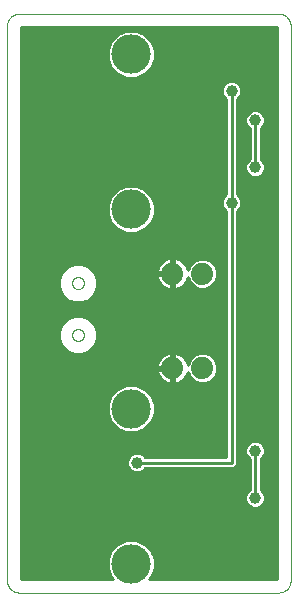
<source format=gbl>
G75*
%MOIN*%
%OFA0B0*%
%FSLAX25Y25*%
%IPPOS*%
%LPD*%
%AMOC8*
5,1,8,0,0,1.08239X$1,22.5*
%
%ADD10C,0.00000*%
%ADD11C,0.13100*%
%ADD12C,0.07400*%
%ADD13C,0.03962*%
%ADD14C,0.01000*%
D10*
X0001500Y0005437D02*
X0001500Y0190476D01*
X0001502Y0190600D01*
X0001508Y0190723D01*
X0001517Y0190847D01*
X0001531Y0190969D01*
X0001548Y0191092D01*
X0001570Y0191214D01*
X0001595Y0191335D01*
X0001624Y0191455D01*
X0001656Y0191574D01*
X0001693Y0191693D01*
X0001733Y0191810D01*
X0001776Y0191925D01*
X0001824Y0192040D01*
X0001875Y0192152D01*
X0001929Y0192263D01*
X0001987Y0192373D01*
X0002048Y0192480D01*
X0002113Y0192586D01*
X0002181Y0192689D01*
X0002252Y0192790D01*
X0002326Y0192889D01*
X0002403Y0192986D01*
X0002484Y0193080D01*
X0002567Y0193171D01*
X0002653Y0193260D01*
X0002742Y0193346D01*
X0002833Y0193429D01*
X0002927Y0193510D01*
X0003024Y0193587D01*
X0003123Y0193661D01*
X0003224Y0193732D01*
X0003327Y0193800D01*
X0003433Y0193865D01*
X0003540Y0193926D01*
X0003650Y0193984D01*
X0003761Y0194038D01*
X0003873Y0194089D01*
X0003988Y0194137D01*
X0004103Y0194180D01*
X0004220Y0194220D01*
X0004339Y0194257D01*
X0004458Y0194289D01*
X0004578Y0194318D01*
X0004699Y0194343D01*
X0004821Y0194365D01*
X0004944Y0194382D01*
X0005066Y0194396D01*
X0005190Y0194405D01*
X0005313Y0194411D01*
X0005437Y0194413D01*
X0092051Y0194413D01*
X0092175Y0194411D01*
X0092298Y0194405D01*
X0092422Y0194396D01*
X0092544Y0194382D01*
X0092667Y0194365D01*
X0092789Y0194343D01*
X0092910Y0194318D01*
X0093030Y0194289D01*
X0093149Y0194257D01*
X0093268Y0194220D01*
X0093385Y0194180D01*
X0093500Y0194137D01*
X0093615Y0194089D01*
X0093727Y0194038D01*
X0093838Y0193984D01*
X0093948Y0193926D01*
X0094055Y0193865D01*
X0094161Y0193800D01*
X0094264Y0193732D01*
X0094365Y0193661D01*
X0094464Y0193587D01*
X0094561Y0193510D01*
X0094655Y0193429D01*
X0094746Y0193346D01*
X0094835Y0193260D01*
X0094921Y0193171D01*
X0095004Y0193080D01*
X0095085Y0192986D01*
X0095162Y0192889D01*
X0095236Y0192790D01*
X0095307Y0192689D01*
X0095375Y0192586D01*
X0095440Y0192480D01*
X0095501Y0192373D01*
X0095559Y0192263D01*
X0095613Y0192152D01*
X0095664Y0192040D01*
X0095712Y0191925D01*
X0095755Y0191810D01*
X0095795Y0191693D01*
X0095832Y0191574D01*
X0095864Y0191455D01*
X0095893Y0191335D01*
X0095918Y0191214D01*
X0095940Y0191092D01*
X0095957Y0190969D01*
X0095971Y0190847D01*
X0095980Y0190723D01*
X0095986Y0190600D01*
X0095988Y0190476D01*
X0095988Y0005437D01*
X0095986Y0005313D01*
X0095980Y0005190D01*
X0095971Y0005066D01*
X0095957Y0004944D01*
X0095940Y0004821D01*
X0095918Y0004699D01*
X0095893Y0004578D01*
X0095864Y0004458D01*
X0095832Y0004339D01*
X0095795Y0004220D01*
X0095755Y0004103D01*
X0095712Y0003988D01*
X0095664Y0003873D01*
X0095613Y0003761D01*
X0095559Y0003650D01*
X0095501Y0003540D01*
X0095440Y0003433D01*
X0095375Y0003327D01*
X0095307Y0003224D01*
X0095236Y0003123D01*
X0095162Y0003024D01*
X0095085Y0002927D01*
X0095004Y0002833D01*
X0094921Y0002742D01*
X0094835Y0002653D01*
X0094746Y0002567D01*
X0094655Y0002484D01*
X0094561Y0002403D01*
X0094464Y0002326D01*
X0094365Y0002252D01*
X0094264Y0002181D01*
X0094161Y0002113D01*
X0094055Y0002048D01*
X0093948Y0001987D01*
X0093838Y0001929D01*
X0093727Y0001875D01*
X0093615Y0001824D01*
X0093500Y0001776D01*
X0093385Y0001733D01*
X0093268Y0001693D01*
X0093149Y0001656D01*
X0093030Y0001624D01*
X0092910Y0001595D01*
X0092789Y0001570D01*
X0092667Y0001548D01*
X0092544Y0001531D01*
X0092422Y0001517D01*
X0092298Y0001508D01*
X0092175Y0001502D01*
X0092051Y0001500D01*
X0005437Y0001500D01*
X0005313Y0001502D01*
X0005190Y0001508D01*
X0005066Y0001517D01*
X0004944Y0001531D01*
X0004821Y0001548D01*
X0004699Y0001570D01*
X0004578Y0001595D01*
X0004458Y0001624D01*
X0004339Y0001656D01*
X0004220Y0001693D01*
X0004103Y0001733D01*
X0003988Y0001776D01*
X0003873Y0001824D01*
X0003761Y0001875D01*
X0003650Y0001929D01*
X0003540Y0001987D01*
X0003433Y0002048D01*
X0003327Y0002113D01*
X0003224Y0002181D01*
X0003123Y0002252D01*
X0003024Y0002326D01*
X0002927Y0002403D01*
X0002833Y0002484D01*
X0002742Y0002567D01*
X0002653Y0002653D01*
X0002567Y0002742D01*
X0002484Y0002833D01*
X0002403Y0002927D01*
X0002326Y0003024D01*
X0002252Y0003123D01*
X0002181Y0003224D01*
X0002113Y0003327D01*
X0002048Y0003433D01*
X0001987Y0003540D01*
X0001929Y0003650D01*
X0001875Y0003761D01*
X0001824Y0003873D01*
X0001776Y0003988D01*
X0001733Y0004103D01*
X0001693Y0004220D01*
X0001656Y0004339D01*
X0001624Y0004458D01*
X0001595Y0004578D01*
X0001570Y0004699D01*
X0001548Y0004821D01*
X0001531Y0004944D01*
X0001517Y0005066D01*
X0001508Y0005190D01*
X0001502Y0005313D01*
X0001500Y0005437D01*
X0023153Y0087327D02*
X0023155Y0087415D01*
X0023161Y0087503D01*
X0023171Y0087591D01*
X0023185Y0087679D01*
X0023202Y0087765D01*
X0023224Y0087851D01*
X0023249Y0087935D01*
X0023279Y0088019D01*
X0023311Y0088101D01*
X0023348Y0088181D01*
X0023388Y0088260D01*
X0023432Y0088337D01*
X0023479Y0088412D01*
X0023529Y0088484D01*
X0023583Y0088555D01*
X0023639Y0088622D01*
X0023699Y0088688D01*
X0023761Y0088750D01*
X0023827Y0088810D01*
X0023894Y0088866D01*
X0023965Y0088920D01*
X0024037Y0088970D01*
X0024112Y0089017D01*
X0024189Y0089061D01*
X0024268Y0089101D01*
X0024348Y0089138D01*
X0024430Y0089170D01*
X0024514Y0089200D01*
X0024598Y0089225D01*
X0024684Y0089247D01*
X0024770Y0089264D01*
X0024858Y0089278D01*
X0024946Y0089288D01*
X0025034Y0089294D01*
X0025122Y0089296D01*
X0025210Y0089294D01*
X0025298Y0089288D01*
X0025386Y0089278D01*
X0025474Y0089264D01*
X0025560Y0089247D01*
X0025646Y0089225D01*
X0025730Y0089200D01*
X0025814Y0089170D01*
X0025896Y0089138D01*
X0025976Y0089101D01*
X0026055Y0089061D01*
X0026132Y0089017D01*
X0026207Y0088970D01*
X0026279Y0088920D01*
X0026350Y0088866D01*
X0026417Y0088810D01*
X0026483Y0088750D01*
X0026545Y0088688D01*
X0026605Y0088622D01*
X0026661Y0088555D01*
X0026715Y0088484D01*
X0026765Y0088412D01*
X0026812Y0088337D01*
X0026856Y0088260D01*
X0026896Y0088181D01*
X0026933Y0088101D01*
X0026965Y0088019D01*
X0026995Y0087935D01*
X0027020Y0087851D01*
X0027042Y0087765D01*
X0027059Y0087679D01*
X0027073Y0087591D01*
X0027083Y0087503D01*
X0027089Y0087415D01*
X0027091Y0087327D01*
X0027089Y0087239D01*
X0027083Y0087151D01*
X0027073Y0087063D01*
X0027059Y0086975D01*
X0027042Y0086889D01*
X0027020Y0086803D01*
X0026995Y0086719D01*
X0026965Y0086635D01*
X0026933Y0086553D01*
X0026896Y0086473D01*
X0026856Y0086394D01*
X0026812Y0086317D01*
X0026765Y0086242D01*
X0026715Y0086170D01*
X0026661Y0086099D01*
X0026605Y0086032D01*
X0026545Y0085966D01*
X0026483Y0085904D01*
X0026417Y0085844D01*
X0026350Y0085788D01*
X0026279Y0085734D01*
X0026207Y0085684D01*
X0026132Y0085637D01*
X0026055Y0085593D01*
X0025976Y0085553D01*
X0025896Y0085516D01*
X0025814Y0085484D01*
X0025730Y0085454D01*
X0025646Y0085429D01*
X0025560Y0085407D01*
X0025474Y0085390D01*
X0025386Y0085376D01*
X0025298Y0085366D01*
X0025210Y0085360D01*
X0025122Y0085358D01*
X0025034Y0085360D01*
X0024946Y0085366D01*
X0024858Y0085376D01*
X0024770Y0085390D01*
X0024684Y0085407D01*
X0024598Y0085429D01*
X0024514Y0085454D01*
X0024430Y0085484D01*
X0024348Y0085516D01*
X0024268Y0085553D01*
X0024189Y0085593D01*
X0024112Y0085637D01*
X0024037Y0085684D01*
X0023965Y0085734D01*
X0023894Y0085788D01*
X0023827Y0085844D01*
X0023761Y0085904D01*
X0023699Y0085966D01*
X0023639Y0086032D01*
X0023583Y0086099D01*
X0023529Y0086170D01*
X0023479Y0086242D01*
X0023432Y0086317D01*
X0023388Y0086394D01*
X0023348Y0086473D01*
X0023311Y0086553D01*
X0023279Y0086635D01*
X0023249Y0086719D01*
X0023224Y0086803D01*
X0023202Y0086889D01*
X0023185Y0086975D01*
X0023171Y0087063D01*
X0023161Y0087151D01*
X0023155Y0087239D01*
X0023153Y0087327D01*
X0023153Y0104650D02*
X0023155Y0104738D01*
X0023161Y0104826D01*
X0023171Y0104914D01*
X0023185Y0105002D01*
X0023202Y0105088D01*
X0023224Y0105174D01*
X0023249Y0105258D01*
X0023279Y0105342D01*
X0023311Y0105424D01*
X0023348Y0105504D01*
X0023388Y0105583D01*
X0023432Y0105660D01*
X0023479Y0105735D01*
X0023529Y0105807D01*
X0023583Y0105878D01*
X0023639Y0105945D01*
X0023699Y0106011D01*
X0023761Y0106073D01*
X0023827Y0106133D01*
X0023894Y0106189D01*
X0023965Y0106243D01*
X0024037Y0106293D01*
X0024112Y0106340D01*
X0024189Y0106384D01*
X0024268Y0106424D01*
X0024348Y0106461D01*
X0024430Y0106493D01*
X0024514Y0106523D01*
X0024598Y0106548D01*
X0024684Y0106570D01*
X0024770Y0106587D01*
X0024858Y0106601D01*
X0024946Y0106611D01*
X0025034Y0106617D01*
X0025122Y0106619D01*
X0025210Y0106617D01*
X0025298Y0106611D01*
X0025386Y0106601D01*
X0025474Y0106587D01*
X0025560Y0106570D01*
X0025646Y0106548D01*
X0025730Y0106523D01*
X0025814Y0106493D01*
X0025896Y0106461D01*
X0025976Y0106424D01*
X0026055Y0106384D01*
X0026132Y0106340D01*
X0026207Y0106293D01*
X0026279Y0106243D01*
X0026350Y0106189D01*
X0026417Y0106133D01*
X0026483Y0106073D01*
X0026545Y0106011D01*
X0026605Y0105945D01*
X0026661Y0105878D01*
X0026715Y0105807D01*
X0026765Y0105735D01*
X0026812Y0105660D01*
X0026856Y0105583D01*
X0026896Y0105504D01*
X0026933Y0105424D01*
X0026965Y0105342D01*
X0026995Y0105258D01*
X0027020Y0105174D01*
X0027042Y0105088D01*
X0027059Y0105002D01*
X0027073Y0104914D01*
X0027083Y0104826D01*
X0027089Y0104738D01*
X0027091Y0104650D01*
X0027089Y0104562D01*
X0027083Y0104474D01*
X0027073Y0104386D01*
X0027059Y0104298D01*
X0027042Y0104212D01*
X0027020Y0104126D01*
X0026995Y0104042D01*
X0026965Y0103958D01*
X0026933Y0103876D01*
X0026896Y0103796D01*
X0026856Y0103717D01*
X0026812Y0103640D01*
X0026765Y0103565D01*
X0026715Y0103493D01*
X0026661Y0103422D01*
X0026605Y0103355D01*
X0026545Y0103289D01*
X0026483Y0103227D01*
X0026417Y0103167D01*
X0026350Y0103111D01*
X0026279Y0103057D01*
X0026207Y0103007D01*
X0026132Y0102960D01*
X0026055Y0102916D01*
X0025976Y0102876D01*
X0025896Y0102839D01*
X0025814Y0102807D01*
X0025730Y0102777D01*
X0025646Y0102752D01*
X0025560Y0102730D01*
X0025474Y0102713D01*
X0025386Y0102699D01*
X0025298Y0102689D01*
X0025210Y0102683D01*
X0025122Y0102681D01*
X0025034Y0102683D01*
X0024946Y0102689D01*
X0024858Y0102699D01*
X0024770Y0102713D01*
X0024684Y0102730D01*
X0024598Y0102752D01*
X0024514Y0102777D01*
X0024430Y0102807D01*
X0024348Y0102839D01*
X0024268Y0102876D01*
X0024189Y0102916D01*
X0024112Y0102960D01*
X0024037Y0103007D01*
X0023965Y0103057D01*
X0023894Y0103111D01*
X0023827Y0103167D01*
X0023761Y0103227D01*
X0023699Y0103289D01*
X0023639Y0103355D01*
X0023583Y0103422D01*
X0023529Y0103493D01*
X0023479Y0103565D01*
X0023432Y0103640D01*
X0023388Y0103717D01*
X0023348Y0103796D01*
X0023311Y0103876D01*
X0023279Y0103958D01*
X0023249Y0104042D01*
X0023224Y0104126D01*
X0023202Y0104212D01*
X0023185Y0104298D01*
X0023171Y0104386D01*
X0023161Y0104474D01*
X0023155Y0104562D01*
X0023153Y0104650D01*
D11*
X0042839Y0129193D03*
X0042839Y0180893D03*
X0042839Y0062783D03*
X0042839Y0011083D03*
D12*
X0056618Y0076303D03*
X0066618Y0076303D03*
X0066618Y0107799D03*
X0056618Y0107799D03*
D13*
X0076303Y0131421D03*
X0084177Y0143232D03*
X0084177Y0158980D03*
X0076303Y0168823D03*
X0072366Y0056618D03*
X0084177Y0048744D03*
X0084177Y0032996D03*
X0044807Y0044807D03*
D14*
X0076303Y0044807D01*
X0076303Y0131421D01*
X0076303Y0168823D01*
X0074445Y0171604D02*
X0075650Y0172104D01*
X0076956Y0172104D01*
X0078162Y0171604D01*
X0079085Y0170681D01*
X0079584Y0169475D01*
X0079584Y0168170D01*
X0079085Y0166964D01*
X0078162Y0166041D01*
X0078103Y0166017D01*
X0078103Y0134227D01*
X0078162Y0134203D01*
X0079085Y0133280D01*
X0079584Y0132074D01*
X0079584Y0130769D01*
X0079085Y0129563D01*
X0078162Y0128640D01*
X0078103Y0128615D01*
X0078103Y0044061D01*
X0077049Y0043007D01*
X0047613Y0043007D01*
X0047589Y0042948D01*
X0046666Y0042026D01*
X0045460Y0041526D01*
X0044154Y0041526D01*
X0042948Y0042026D01*
X0042026Y0042948D01*
X0041526Y0044154D01*
X0041526Y0045460D01*
X0042026Y0046666D01*
X0042948Y0047589D01*
X0044154Y0048088D01*
X0045460Y0048088D01*
X0046666Y0047589D01*
X0047589Y0046666D01*
X0047613Y0046607D01*
X0074503Y0046607D01*
X0074503Y0128615D01*
X0074445Y0128640D01*
X0073522Y0129563D01*
X0073022Y0130769D01*
X0073022Y0132074D01*
X0073522Y0133280D01*
X0074445Y0134203D01*
X0074503Y0134227D01*
X0074503Y0166017D01*
X0074445Y0166041D01*
X0073522Y0166964D01*
X0073022Y0168170D01*
X0073022Y0169475D01*
X0073522Y0170681D01*
X0074445Y0171604D01*
X0074087Y0171247D02*
X0006000Y0171247D01*
X0006000Y0172245D02*
X0091488Y0172245D01*
X0091488Y0171247D02*
X0078519Y0171247D01*
X0079264Y0170248D02*
X0091488Y0170248D01*
X0091488Y0169250D02*
X0079584Y0169250D01*
X0079584Y0168251D02*
X0091488Y0168251D01*
X0091488Y0167253D02*
X0079204Y0167253D01*
X0078375Y0166254D02*
X0091488Y0166254D01*
X0091488Y0165256D02*
X0078103Y0165256D01*
X0078103Y0164257D02*
X0091488Y0164257D01*
X0091488Y0163259D02*
X0078103Y0163259D01*
X0078103Y0162260D02*
X0083522Y0162260D01*
X0083525Y0162261D02*
X0082319Y0161762D01*
X0081396Y0160839D01*
X0080896Y0159633D01*
X0080896Y0158328D01*
X0081396Y0157122D01*
X0082319Y0156199D01*
X0082377Y0156174D01*
X0082377Y0146038D01*
X0082319Y0146014D01*
X0081396Y0145091D01*
X0080896Y0143885D01*
X0080896Y0142580D01*
X0081396Y0141374D01*
X0082319Y0140451D01*
X0083525Y0139951D01*
X0084830Y0139951D01*
X0086036Y0140451D01*
X0086959Y0141374D01*
X0087458Y0142580D01*
X0087458Y0143885D01*
X0086959Y0145091D01*
X0086036Y0146014D01*
X0085977Y0146038D01*
X0085977Y0156174D01*
X0086036Y0156199D01*
X0086959Y0157122D01*
X0087458Y0158328D01*
X0087458Y0159633D01*
X0086959Y0160839D01*
X0086036Y0161762D01*
X0084830Y0162261D01*
X0083525Y0162261D01*
X0084177Y0158980D02*
X0084177Y0143232D01*
X0082699Y0140293D02*
X0078103Y0140293D01*
X0078103Y0139295D02*
X0091488Y0139295D01*
X0091488Y0140293D02*
X0085655Y0140293D01*
X0086877Y0141292D02*
X0091488Y0141292D01*
X0091488Y0142290D02*
X0087338Y0142290D01*
X0087458Y0143289D02*
X0091488Y0143289D01*
X0091488Y0144287D02*
X0087292Y0144287D01*
X0086764Y0145286D02*
X0091488Y0145286D01*
X0091488Y0146284D02*
X0085977Y0146284D01*
X0085977Y0147283D02*
X0091488Y0147283D01*
X0091488Y0148281D02*
X0085977Y0148281D01*
X0085977Y0149280D02*
X0091488Y0149280D01*
X0091488Y0150278D02*
X0085977Y0150278D01*
X0085977Y0151277D02*
X0091488Y0151277D01*
X0091488Y0152275D02*
X0085977Y0152275D01*
X0085977Y0153274D02*
X0091488Y0153274D01*
X0091488Y0154272D02*
X0085977Y0154272D01*
X0085977Y0155271D02*
X0091488Y0155271D01*
X0091488Y0156269D02*
X0086106Y0156269D01*
X0087019Y0157268D02*
X0091488Y0157268D01*
X0091488Y0158266D02*
X0087433Y0158266D01*
X0087458Y0159265D02*
X0091488Y0159265D01*
X0091488Y0160263D02*
X0087197Y0160263D01*
X0086536Y0161262D02*
X0091488Y0161262D01*
X0091488Y0162260D02*
X0084832Y0162260D01*
X0082248Y0156269D02*
X0078103Y0156269D01*
X0078103Y0155271D02*
X0082377Y0155271D01*
X0082377Y0154272D02*
X0078103Y0154272D01*
X0078103Y0153274D02*
X0082377Y0153274D01*
X0082377Y0152275D02*
X0078103Y0152275D01*
X0078103Y0151277D02*
X0082377Y0151277D01*
X0082377Y0150278D02*
X0078103Y0150278D01*
X0078103Y0149280D02*
X0082377Y0149280D01*
X0082377Y0148281D02*
X0078103Y0148281D01*
X0078103Y0147283D02*
X0082377Y0147283D01*
X0082377Y0146284D02*
X0078103Y0146284D01*
X0078103Y0145286D02*
X0081590Y0145286D01*
X0081063Y0144287D02*
X0078103Y0144287D01*
X0078103Y0143289D02*
X0080896Y0143289D01*
X0081016Y0142290D02*
X0078103Y0142290D01*
X0078103Y0141292D02*
X0081478Y0141292D01*
X0078103Y0138296D02*
X0091488Y0138296D01*
X0091488Y0137298D02*
X0078103Y0137298D01*
X0078103Y0136299D02*
X0091488Y0136299D01*
X0091488Y0135301D02*
X0078103Y0135301D01*
X0078103Y0134302D02*
X0091488Y0134302D01*
X0091488Y0133303D02*
X0079061Y0133303D01*
X0079489Y0132305D02*
X0091488Y0132305D01*
X0091488Y0131306D02*
X0079584Y0131306D01*
X0079393Y0130308D02*
X0091488Y0130308D01*
X0091488Y0129309D02*
X0078832Y0129309D01*
X0078103Y0128311D02*
X0091488Y0128311D01*
X0091488Y0127312D02*
X0078103Y0127312D01*
X0078103Y0126314D02*
X0091488Y0126314D01*
X0091488Y0125315D02*
X0078103Y0125315D01*
X0078103Y0124317D02*
X0091488Y0124317D01*
X0091488Y0123318D02*
X0078103Y0123318D01*
X0078103Y0122320D02*
X0091488Y0122320D01*
X0091488Y0121321D02*
X0078103Y0121321D01*
X0078103Y0120323D02*
X0091488Y0120323D01*
X0091488Y0119324D02*
X0078103Y0119324D01*
X0078103Y0118326D02*
X0091488Y0118326D01*
X0091488Y0117327D02*
X0078103Y0117327D01*
X0078103Y0116329D02*
X0091488Y0116329D01*
X0091488Y0115330D02*
X0078103Y0115330D01*
X0078103Y0114332D02*
X0091488Y0114332D01*
X0091488Y0113333D02*
X0078103Y0113333D01*
X0078103Y0112335D02*
X0091488Y0112335D01*
X0091488Y0111336D02*
X0078103Y0111336D01*
X0078103Y0110338D02*
X0091488Y0110338D01*
X0091488Y0109339D02*
X0078103Y0109339D01*
X0078103Y0108341D02*
X0091488Y0108341D01*
X0091488Y0107342D02*
X0078103Y0107342D01*
X0078103Y0106344D02*
X0091488Y0106344D01*
X0091488Y0105345D02*
X0078103Y0105345D01*
X0078103Y0104347D02*
X0091488Y0104347D01*
X0091488Y0103348D02*
X0078103Y0103348D01*
X0078103Y0102350D02*
X0091488Y0102350D01*
X0091488Y0101351D02*
X0078103Y0101351D01*
X0078103Y0100353D02*
X0091488Y0100353D01*
X0091488Y0099354D02*
X0078103Y0099354D01*
X0078103Y0098356D02*
X0091488Y0098356D01*
X0091488Y0097357D02*
X0078103Y0097357D01*
X0078103Y0096359D02*
X0091488Y0096359D01*
X0091488Y0095360D02*
X0078103Y0095360D01*
X0078103Y0094362D02*
X0091488Y0094362D01*
X0091488Y0093363D02*
X0078103Y0093363D01*
X0078103Y0092365D02*
X0091488Y0092365D01*
X0091488Y0091366D02*
X0078103Y0091366D01*
X0078103Y0090368D02*
X0091488Y0090368D01*
X0091488Y0089369D02*
X0078103Y0089369D01*
X0078103Y0088370D02*
X0091488Y0088370D01*
X0091488Y0087372D02*
X0078103Y0087372D01*
X0078103Y0086373D02*
X0091488Y0086373D01*
X0091488Y0085375D02*
X0078103Y0085375D01*
X0078103Y0084376D02*
X0091488Y0084376D01*
X0091488Y0083378D02*
X0078103Y0083378D01*
X0078103Y0082379D02*
X0091488Y0082379D01*
X0091488Y0081381D02*
X0078103Y0081381D01*
X0078103Y0080382D02*
X0091488Y0080382D01*
X0091488Y0079384D02*
X0078103Y0079384D01*
X0078103Y0078385D02*
X0091488Y0078385D01*
X0091488Y0077387D02*
X0078103Y0077387D01*
X0078103Y0076388D02*
X0091488Y0076388D01*
X0091488Y0075390D02*
X0078103Y0075390D01*
X0078103Y0074391D02*
X0091488Y0074391D01*
X0091488Y0073393D02*
X0078103Y0073393D01*
X0078103Y0072394D02*
X0091488Y0072394D01*
X0091488Y0071396D02*
X0078103Y0071396D01*
X0078103Y0070397D02*
X0091488Y0070397D01*
X0091488Y0069399D02*
X0078103Y0069399D01*
X0078103Y0068400D02*
X0091488Y0068400D01*
X0091488Y0067402D02*
X0078103Y0067402D01*
X0078103Y0066403D02*
X0091488Y0066403D01*
X0091488Y0065405D02*
X0078103Y0065405D01*
X0078103Y0064406D02*
X0091488Y0064406D01*
X0091488Y0063408D02*
X0078103Y0063408D01*
X0078103Y0062409D02*
X0091488Y0062409D01*
X0091488Y0061411D02*
X0078103Y0061411D01*
X0078103Y0060412D02*
X0091488Y0060412D01*
X0091488Y0059414D02*
X0078103Y0059414D01*
X0078103Y0058415D02*
X0091488Y0058415D01*
X0091488Y0057417D02*
X0078103Y0057417D01*
X0078103Y0056418D02*
X0091488Y0056418D01*
X0091488Y0055420D02*
X0078103Y0055420D01*
X0078103Y0054421D02*
X0091488Y0054421D01*
X0091488Y0053423D02*
X0078103Y0053423D01*
X0078103Y0052424D02*
X0091488Y0052424D01*
X0091488Y0051426D02*
X0086136Y0051426D01*
X0086036Y0051526D02*
X0084830Y0052025D01*
X0083525Y0052025D01*
X0082319Y0051526D01*
X0081396Y0050603D01*
X0080896Y0049397D01*
X0080896Y0048091D01*
X0081396Y0046885D01*
X0082319Y0045963D01*
X0082377Y0045938D01*
X0082377Y0035802D01*
X0082319Y0035778D01*
X0081396Y0034855D01*
X0080896Y0033649D01*
X0080896Y0032343D01*
X0081396Y0031137D01*
X0082319Y0030214D01*
X0083525Y0029715D01*
X0084830Y0029715D01*
X0086036Y0030214D01*
X0086959Y0031137D01*
X0087458Y0032343D01*
X0087458Y0033649D01*
X0086959Y0034855D01*
X0086036Y0035778D01*
X0085977Y0035802D01*
X0085977Y0045938D01*
X0086036Y0045963D01*
X0086959Y0046885D01*
X0087458Y0048091D01*
X0087458Y0049397D01*
X0086959Y0050603D01*
X0086036Y0051526D01*
X0087031Y0050427D02*
X0091488Y0050427D01*
X0091488Y0049429D02*
X0087445Y0049429D01*
X0087458Y0048430D02*
X0091488Y0048430D01*
X0091488Y0047432D02*
X0087185Y0047432D01*
X0086506Y0046433D02*
X0091488Y0046433D01*
X0091488Y0045434D02*
X0085977Y0045434D01*
X0085977Y0044436D02*
X0091488Y0044436D01*
X0091488Y0043437D02*
X0085977Y0043437D01*
X0085977Y0042439D02*
X0091488Y0042439D01*
X0091488Y0041440D02*
X0085977Y0041440D01*
X0085977Y0040442D02*
X0091488Y0040442D01*
X0091488Y0039443D02*
X0085977Y0039443D01*
X0085977Y0038445D02*
X0091488Y0038445D01*
X0091488Y0037446D02*
X0085977Y0037446D01*
X0085977Y0036448D02*
X0091488Y0036448D01*
X0091488Y0035449D02*
X0086364Y0035449D01*
X0087126Y0034451D02*
X0091488Y0034451D01*
X0091488Y0033452D02*
X0087458Y0033452D01*
X0087458Y0032454D02*
X0091488Y0032454D01*
X0091488Y0031455D02*
X0087090Y0031455D01*
X0086278Y0030457D02*
X0091488Y0030457D01*
X0091488Y0029458D02*
X0006000Y0029458D01*
X0006000Y0028460D02*
X0091488Y0028460D01*
X0091488Y0027461D02*
X0006000Y0027461D01*
X0006000Y0026463D02*
X0091488Y0026463D01*
X0091488Y0025464D02*
X0006000Y0025464D01*
X0006000Y0024466D02*
X0091488Y0024466D01*
X0091488Y0023467D02*
X0006000Y0023467D01*
X0006000Y0022469D02*
X0091488Y0022469D01*
X0091488Y0021470D02*
X0006000Y0021470D01*
X0006000Y0020472D02*
X0091488Y0020472D01*
X0091488Y0019473D02*
X0006000Y0019473D01*
X0006000Y0018475D02*
X0040171Y0018475D01*
X0041277Y0018933D02*
X0038392Y0017738D01*
X0036184Y0015530D01*
X0034989Y0012645D01*
X0034989Y0009522D01*
X0036184Y0006636D01*
X0036820Y0006000D01*
X0006000Y0006000D01*
X0006000Y0006332D01*
X0006000Y0189913D01*
X0091488Y0189913D01*
X0091488Y0006000D01*
X0048857Y0006000D01*
X0049493Y0006636D01*
X0050689Y0009522D01*
X0050689Y0012645D01*
X0049493Y0015530D01*
X0047285Y0017738D01*
X0044400Y0018933D01*
X0041277Y0018933D01*
X0038130Y0017476D02*
X0006000Y0017476D01*
X0006000Y0016478D02*
X0037132Y0016478D01*
X0036163Y0015479D02*
X0006000Y0015479D01*
X0006000Y0014481D02*
X0035749Y0014481D01*
X0035336Y0013482D02*
X0006000Y0013482D01*
X0006000Y0012484D02*
X0034989Y0012484D01*
X0034989Y0011485D02*
X0006000Y0011485D01*
X0006000Y0010487D02*
X0034989Y0010487D01*
X0035002Y0009488D02*
X0006000Y0009488D01*
X0006000Y0008490D02*
X0035416Y0008490D01*
X0035830Y0007491D02*
X0006000Y0007491D01*
X0006000Y0006493D02*
X0036328Y0006493D01*
X0045507Y0018475D02*
X0091488Y0018475D01*
X0091488Y0017476D02*
X0047547Y0017476D01*
X0048546Y0016478D02*
X0091488Y0016478D01*
X0091488Y0015479D02*
X0049514Y0015479D01*
X0049928Y0014481D02*
X0091488Y0014481D01*
X0091488Y0013482D02*
X0050342Y0013482D01*
X0050689Y0012484D02*
X0091488Y0012484D01*
X0091488Y0011485D02*
X0050689Y0011485D01*
X0050689Y0010487D02*
X0091488Y0010487D01*
X0091488Y0009488D02*
X0050675Y0009488D01*
X0050261Y0008490D02*
X0091488Y0008490D01*
X0091488Y0007491D02*
X0049847Y0007491D01*
X0049350Y0006493D02*
X0091488Y0006493D01*
X0082076Y0030457D02*
X0006000Y0030457D01*
X0006000Y0031455D02*
X0081264Y0031455D01*
X0080896Y0032454D02*
X0006000Y0032454D01*
X0006000Y0033452D02*
X0080896Y0033452D01*
X0081228Y0034451D02*
X0006000Y0034451D01*
X0006000Y0035449D02*
X0081990Y0035449D01*
X0082377Y0036448D02*
X0006000Y0036448D01*
X0006000Y0037446D02*
X0082377Y0037446D01*
X0082377Y0038445D02*
X0006000Y0038445D01*
X0006000Y0039443D02*
X0082377Y0039443D01*
X0082377Y0040442D02*
X0006000Y0040442D01*
X0006000Y0041440D02*
X0082377Y0041440D01*
X0082377Y0042439D02*
X0047079Y0042439D01*
X0046823Y0047432D02*
X0074503Y0047432D01*
X0074503Y0048430D02*
X0006000Y0048430D01*
X0006000Y0047432D02*
X0042791Y0047432D01*
X0041929Y0046433D02*
X0006000Y0046433D01*
X0006000Y0045434D02*
X0041526Y0045434D01*
X0041526Y0044436D02*
X0006000Y0044436D01*
X0006000Y0043437D02*
X0041823Y0043437D01*
X0042535Y0042439D02*
X0006000Y0042439D01*
X0006000Y0049429D02*
X0074503Y0049429D01*
X0074503Y0050427D02*
X0006000Y0050427D01*
X0006000Y0051426D02*
X0074503Y0051426D01*
X0074503Y0052424D02*
X0006000Y0052424D01*
X0006000Y0053423D02*
X0074503Y0053423D01*
X0074503Y0054421D02*
X0006000Y0054421D01*
X0006000Y0055420D02*
X0040102Y0055420D01*
X0041277Y0054933D02*
X0044400Y0054933D01*
X0047285Y0056128D01*
X0049493Y0058336D01*
X0050689Y0061222D01*
X0050689Y0064345D01*
X0049493Y0067230D01*
X0047285Y0069438D01*
X0044400Y0070633D01*
X0041277Y0070633D01*
X0038392Y0069438D01*
X0036184Y0067230D01*
X0034989Y0064345D01*
X0034989Y0061222D01*
X0036184Y0058336D01*
X0038392Y0056128D01*
X0041277Y0054933D01*
X0038102Y0056418D02*
X0006000Y0056418D01*
X0006000Y0057417D02*
X0037103Y0057417D01*
X0036151Y0058415D02*
X0006000Y0058415D01*
X0006000Y0059414D02*
X0035737Y0059414D01*
X0035324Y0060412D02*
X0006000Y0060412D01*
X0006000Y0061411D02*
X0034989Y0061411D01*
X0034989Y0062409D02*
X0006000Y0062409D01*
X0006000Y0063408D02*
X0034989Y0063408D01*
X0035014Y0064406D02*
X0006000Y0064406D01*
X0006000Y0065405D02*
X0035428Y0065405D01*
X0035841Y0066403D02*
X0006000Y0066403D01*
X0006000Y0067402D02*
X0036356Y0067402D01*
X0037354Y0068400D02*
X0006000Y0068400D01*
X0006000Y0069399D02*
X0038353Y0069399D01*
X0040708Y0070397D02*
X0006000Y0070397D01*
X0006000Y0071396D02*
X0054894Y0071396D01*
X0054622Y0071484D02*
X0055400Y0071231D01*
X0056118Y0071118D01*
X0056118Y0075803D01*
X0057118Y0075803D01*
X0057118Y0071118D01*
X0057836Y0071231D01*
X0058614Y0071484D01*
X0059344Y0071856D01*
X0060006Y0072337D01*
X0060584Y0072916D01*
X0061066Y0073578D01*
X0061437Y0074307D01*
X0061690Y0075085D01*
X0061696Y0075121D01*
X0062379Y0073471D01*
X0063786Y0072064D01*
X0065624Y0071303D01*
X0067613Y0071303D01*
X0069450Y0072064D01*
X0070857Y0073471D01*
X0071618Y0075309D01*
X0071618Y0077298D01*
X0070857Y0079135D01*
X0069450Y0080542D01*
X0067613Y0081303D01*
X0065624Y0081303D01*
X0063786Y0080542D01*
X0062379Y0079135D01*
X0061696Y0077485D01*
X0061690Y0077521D01*
X0061437Y0078299D01*
X0061066Y0079029D01*
X0060584Y0079691D01*
X0060006Y0080269D01*
X0059344Y0080751D01*
X0058614Y0081122D01*
X0057836Y0081375D01*
X0057118Y0081489D01*
X0057118Y0076803D01*
X0056118Y0076803D01*
X0056118Y0075803D01*
X0051432Y0075803D01*
X0051546Y0075085D01*
X0051799Y0074307D01*
X0052171Y0073578D01*
X0052652Y0072916D01*
X0053231Y0072337D01*
X0053893Y0071856D01*
X0054622Y0071484D01*
X0056118Y0071396D02*
X0057118Y0071396D01*
X0057118Y0072394D02*
X0056118Y0072394D01*
X0056118Y0073393D02*
X0057118Y0073393D01*
X0057118Y0074391D02*
X0056118Y0074391D01*
X0056118Y0075390D02*
X0057118Y0075390D01*
X0056118Y0076388D02*
X0006000Y0076388D01*
X0006000Y0075390D02*
X0051498Y0075390D01*
X0051772Y0074391D02*
X0006000Y0074391D01*
X0006000Y0073393D02*
X0052305Y0073393D01*
X0053173Y0072394D02*
X0006000Y0072394D01*
X0006000Y0077387D02*
X0051525Y0077387D01*
X0051546Y0077521D02*
X0051432Y0076803D01*
X0056118Y0076803D01*
X0056118Y0081489D01*
X0055400Y0081375D01*
X0054622Y0081122D01*
X0053893Y0080751D01*
X0053231Y0080269D01*
X0052652Y0079691D01*
X0052171Y0079029D01*
X0051799Y0078299D01*
X0051546Y0077521D01*
X0051843Y0078385D02*
X0006000Y0078385D01*
X0006000Y0079384D02*
X0052429Y0079384D01*
X0053386Y0080382D02*
X0006000Y0080382D01*
X0006000Y0081381D02*
X0022574Y0081381D01*
X0021458Y0081843D02*
X0023835Y0080858D01*
X0026409Y0080858D01*
X0028786Y0081843D01*
X0030606Y0083663D01*
X0031591Y0086040D01*
X0031591Y0088613D01*
X0030606Y0090991D01*
X0028786Y0092810D01*
X0026409Y0093795D01*
X0023835Y0093795D01*
X0021458Y0092810D01*
X0019638Y0090991D01*
X0018654Y0088613D01*
X0018654Y0086040D01*
X0019638Y0083663D01*
X0021458Y0081843D01*
X0020922Y0082379D02*
X0006000Y0082379D01*
X0006000Y0083378D02*
X0019923Y0083378D01*
X0019343Y0084376D02*
X0006000Y0084376D01*
X0006000Y0085375D02*
X0018929Y0085375D01*
X0018654Y0086373D02*
X0006000Y0086373D01*
X0006000Y0087372D02*
X0018654Y0087372D01*
X0018654Y0088370D02*
X0006000Y0088370D01*
X0006000Y0089369D02*
X0018967Y0089369D01*
X0019380Y0090368D02*
X0006000Y0090368D01*
X0006000Y0091366D02*
X0020013Y0091366D01*
X0021012Y0092365D02*
X0006000Y0092365D01*
X0006000Y0093363D02*
X0022792Y0093363D01*
X0023835Y0098181D02*
X0021458Y0099166D01*
X0019638Y0100985D01*
X0018654Y0103363D01*
X0018654Y0105936D01*
X0019638Y0108314D01*
X0021458Y0110133D01*
X0023835Y0111118D01*
X0026409Y0111118D01*
X0028786Y0110133D01*
X0030606Y0108314D01*
X0031591Y0105936D01*
X0031591Y0103363D01*
X0030606Y0100985D01*
X0028786Y0099166D01*
X0026409Y0098181D01*
X0023835Y0098181D01*
X0023414Y0098356D02*
X0006000Y0098356D01*
X0006000Y0099354D02*
X0021270Y0099354D01*
X0020271Y0100353D02*
X0006000Y0100353D01*
X0006000Y0101351D02*
X0019487Y0101351D01*
X0019073Y0102350D02*
X0006000Y0102350D01*
X0006000Y0103348D02*
X0018660Y0103348D01*
X0018654Y0104347D02*
X0006000Y0104347D01*
X0006000Y0105345D02*
X0018654Y0105345D01*
X0018822Y0106344D02*
X0006000Y0106344D01*
X0006000Y0107342D02*
X0019236Y0107342D01*
X0019665Y0108341D02*
X0006000Y0108341D01*
X0006000Y0109339D02*
X0020664Y0109339D01*
X0021951Y0110338D02*
X0006000Y0110338D01*
X0006000Y0111336D02*
X0052801Y0111336D01*
X0052652Y0111187D02*
X0052171Y0110525D01*
X0051799Y0109795D01*
X0051546Y0109017D01*
X0051432Y0108299D01*
X0056118Y0108299D01*
X0056118Y0107299D01*
X0057118Y0107299D01*
X0057118Y0102614D01*
X0057836Y0102727D01*
X0058614Y0102980D01*
X0059344Y0103352D01*
X0060006Y0103833D01*
X0060584Y0104412D01*
X0061066Y0105074D01*
X0061437Y0105803D01*
X0061690Y0106582D01*
X0061696Y0106617D01*
X0062379Y0104967D01*
X0063786Y0103560D01*
X0065624Y0102799D01*
X0067613Y0102799D01*
X0069450Y0103560D01*
X0070857Y0104967D01*
X0071618Y0106805D01*
X0071618Y0108794D01*
X0070857Y0110631D01*
X0069450Y0112038D01*
X0067613Y0112799D01*
X0065624Y0112799D01*
X0063786Y0112038D01*
X0062379Y0110631D01*
X0061696Y0108981D01*
X0061690Y0109017D01*
X0061437Y0109795D01*
X0061066Y0110525D01*
X0060584Y0111187D01*
X0060006Y0111766D01*
X0059344Y0112247D01*
X0058614Y0112618D01*
X0057836Y0112871D01*
X0057118Y0112985D01*
X0057118Y0108299D01*
X0056118Y0108299D01*
X0056118Y0112985D01*
X0055400Y0112871D01*
X0054622Y0112618D01*
X0053893Y0112247D01*
X0053231Y0111766D01*
X0052652Y0111187D01*
X0052075Y0110338D02*
X0028293Y0110338D01*
X0029580Y0109339D02*
X0051651Y0109339D01*
X0051439Y0108341D02*
X0030579Y0108341D01*
X0031008Y0107342D02*
X0056118Y0107342D01*
X0056118Y0107299D02*
X0051432Y0107299D01*
X0051546Y0106582D01*
X0051799Y0105803D01*
X0052171Y0105074D01*
X0052652Y0104412D01*
X0053231Y0103833D01*
X0053893Y0103352D01*
X0054622Y0102980D01*
X0055400Y0102727D01*
X0056118Y0102614D01*
X0056118Y0107299D01*
X0056118Y0106344D02*
X0057118Y0106344D01*
X0057118Y0105345D02*
X0056118Y0105345D01*
X0056118Y0104347D02*
X0057118Y0104347D01*
X0057118Y0103348D02*
X0056118Y0103348D01*
X0053900Y0103348D02*
X0031584Y0103348D01*
X0031591Y0104347D02*
X0052717Y0104347D01*
X0052032Y0105345D02*
X0031591Y0105345D01*
X0031422Y0106344D02*
X0051623Y0106344D01*
X0054066Y0112335D02*
X0006000Y0112335D01*
X0006000Y0113333D02*
X0074503Y0113333D01*
X0074503Y0112335D02*
X0068734Y0112335D01*
X0070152Y0111336D02*
X0074503Y0111336D01*
X0074503Y0110338D02*
X0070979Y0110338D01*
X0071392Y0109339D02*
X0074503Y0109339D01*
X0074503Y0108341D02*
X0071618Y0108341D01*
X0071618Y0107342D02*
X0074503Y0107342D01*
X0074503Y0106344D02*
X0071427Y0106344D01*
X0071014Y0105345D02*
X0074503Y0105345D01*
X0074503Y0104347D02*
X0070237Y0104347D01*
X0068938Y0103348D02*
X0074503Y0103348D01*
X0074503Y0102350D02*
X0031171Y0102350D01*
X0030757Y0101351D02*
X0074503Y0101351D01*
X0074503Y0100353D02*
X0029973Y0100353D01*
X0028974Y0099354D02*
X0074503Y0099354D01*
X0074503Y0098356D02*
X0026830Y0098356D01*
X0027452Y0093363D02*
X0074503Y0093363D01*
X0074503Y0092365D02*
X0029232Y0092365D01*
X0030231Y0091366D02*
X0074503Y0091366D01*
X0074503Y0090368D02*
X0030864Y0090368D01*
X0031278Y0089369D02*
X0074503Y0089369D01*
X0074503Y0088370D02*
X0031591Y0088370D01*
X0031591Y0087372D02*
X0074503Y0087372D01*
X0074503Y0086373D02*
X0031591Y0086373D01*
X0031315Y0085375D02*
X0074503Y0085375D01*
X0074503Y0084376D02*
X0030901Y0084376D01*
X0030321Y0083378D02*
X0074503Y0083378D01*
X0074503Y0082379D02*
X0029323Y0082379D01*
X0027670Y0081381D02*
X0055437Y0081381D01*
X0056118Y0081381D02*
X0057118Y0081381D01*
X0057799Y0081381D02*
X0074503Y0081381D01*
X0074503Y0080382D02*
X0069610Y0080382D01*
X0070608Y0079384D02*
X0074503Y0079384D01*
X0074503Y0078385D02*
X0071168Y0078385D01*
X0071581Y0077387D02*
X0074503Y0077387D01*
X0074503Y0076388D02*
X0071618Y0076388D01*
X0071618Y0075390D02*
X0074503Y0075390D01*
X0074503Y0074391D02*
X0071238Y0074391D01*
X0070779Y0073393D02*
X0074503Y0073393D01*
X0074503Y0072394D02*
X0069780Y0072394D01*
X0067836Y0071396D02*
X0074503Y0071396D01*
X0074503Y0070397D02*
X0044969Y0070397D01*
X0047324Y0069399D02*
X0074503Y0069399D01*
X0074503Y0068400D02*
X0048323Y0068400D01*
X0049321Y0067402D02*
X0074503Y0067402D01*
X0074503Y0066403D02*
X0049836Y0066403D01*
X0050249Y0065405D02*
X0074503Y0065405D01*
X0074503Y0064406D02*
X0050663Y0064406D01*
X0050689Y0063408D02*
X0074503Y0063408D01*
X0074503Y0062409D02*
X0050689Y0062409D01*
X0050689Y0061411D02*
X0074503Y0061411D01*
X0074503Y0060412D02*
X0050353Y0060412D01*
X0049940Y0059414D02*
X0074503Y0059414D01*
X0074503Y0058415D02*
X0049526Y0058415D01*
X0048574Y0057417D02*
X0074503Y0057417D01*
X0074503Y0056418D02*
X0047575Y0056418D01*
X0045575Y0055420D02*
X0074503Y0055420D01*
X0078103Y0051426D02*
X0082218Y0051426D01*
X0081323Y0050427D02*
X0078103Y0050427D01*
X0078103Y0049429D02*
X0080909Y0049429D01*
X0080896Y0048430D02*
X0078103Y0048430D01*
X0078103Y0047432D02*
X0081169Y0047432D01*
X0081848Y0046433D02*
X0078103Y0046433D01*
X0078103Y0045434D02*
X0082377Y0045434D01*
X0082377Y0044436D02*
X0078103Y0044436D01*
X0077479Y0043437D02*
X0082377Y0043437D01*
X0084177Y0048744D02*
X0084177Y0032996D01*
X0065400Y0071396D02*
X0058342Y0071396D01*
X0060063Y0072394D02*
X0063456Y0072394D01*
X0062457Y0073393D02*
X0060931Y0073393D01*
X0061465Y0074391D02*
X0061998Y0074391D01*
X0062069Y0078385D02*
X0061393Y0078385D01*
X0060807Y0079384D02*
X0062628Y0079384D01*
X0063626Y0080382D02*
X0059850Y0080382D01*
X0057118Y0080382D02*
X0056118Y0080382D01*
X0056118Y0079384D02*
X0057118Y0079384D01*
X0057118Y0078385D02*
X0056118Y0078385D01*
X0056118Y0077387D02*
X0057118Y0077387D01*
X0059336Y0103348D02*
X0064298Y0103348D01*
X0063000Y0104347D02*
X0060519Y0104347D01*
X0061204Y0105345D02*
X0062223Y0105345D01*
X0061809Y0106344D02*
X0061613Y0106344D01*
X0061585Y0109339D02*
X0061844Y0109339D01*
X0062258Y0110338D02*
X0061161Y0110338D01*
X0060435Y0111336D02*
X0063084Y0111336D01*
X0064502Y0112335D02*
X0059171Y0112335D01*
X0057118Y0112335D02*
X0056118Y0112335D01*
X0056118Y0111336D02*
X0057118Y0111336D01*
X0057118Y0110338D02*
X0056118Y0110338D01*
X0056118Y0109339D02*
X0057118Y0109339D01*
X0057118Y0108341D02*
X0056118Y0108341D01*
X0047285Y0122538D02*
X0049493Y0124747D01*
X0050689Y0127632D01*
X0050689Y0130755D01*
X0049493Y0133640D01*
X0047285Y0135848D01*
X0044400Y0137043D01*
X0041277Y0137043D01*
X0038392Y0135848D01*
X0036184Y0133640D01*
X0034989Y0130755D01*
X0034989Y0127632D01*
X0036184Y0124747D01*
X0038392Y0122538D01*
X0041277Y0121343D01*
X0044400Y0121343D01*
X0047285Y0122538D01*
X0046758Y0122320D02*
X0074503Y0122320D01*
X0074503Y0123318D02*
X0048065Y0123318D01*
X0049064Y0124317D02*
X0074503Y0124317D01*
X0074503Y0125315D02*
X0049729Y0125315D01*
X0050143Y0126314D02*
X0074503Y0126314D01*
X0074503Y0127312D02*
X0050556Y0127312D01*
X0050689Y0128311D02*
X0074503Y0128311D01*
X0073775Y0129309D02*
X0050689Y0129309D01*
X0050689Y0130308D02*
X0073213Y0130308D01*
X0073022Y0131306D02*
X0050460Y0131306D01*
X0050046Y0132305D02*
X0073118Y0132305D01*
X0073545Y0133303D02*
X0049633Y0133303D01*
X0048831Y0134302D02*
X0074503Y0134302D01*
X0074503Y0135301D02*
X0047833Y0135301D01*
X0046197Y0136299D02*
X0074503Y0136299D01*
X0074503Y0137298D02*
X0006000Y0137298D01*
X0006000Y0138296D02*
X0074503Y0138296D01*
X0074503Y0139295D02*
X0006000Y0139295D01*
X0006000Y0140293D02*
X0074503Y0140293D01*
X0074503Y0141292D02*
X0006000Y0141292D01*
X0006000Y0142290D02*
X0074503Y0142290D01*
X0074503Y0143289D02*
X0006000Y0143289D01*
X0006000Y0144287D02*
X0074503Y0144287D01*
X0074503Y0145286D02*
X0006000Y0145286D01*
X0006000Y0146284D02*
X0074503Y0146284D01*
X0074503Y0147283D02*
X0006000Y0147283D01*
X0006000Y0148281D02*
X0074503Y0148281D01*
X0074503Y0149280D02*
X0006000Y0149280D01*
X0006000Y0150278D02*
X0074503Y0150278D01*
X0074503Y0151277D02*
X0006000Y0151277D01*
X0006000Y0152275D02*
X0074503Y0152275D01*
X0074503Y0153274D02*
X0006000Y0153274D01*
X0006000Y0154272D02*
X0074503Y0154272D01*
X0074503Y0155271D02*
X0006000Y0155271D01*
X0006000Y0156269D02*
X0074503Y0156269D01*
X0074503Y0157268D02*
X0006000Y0157268D01*
X0006000Y0158266D02*
X0074503Y0158266D01*
X0074503Y0159265D02*
X0006000Y0159265D01*
X0006000Y0160263D02*
X0074503Y0160263D01*
X0074503Y0161262D02*
X0006000Y0161262D01*
X0006000Y0162260D02*
X0074503Y0162260D01*
X0074503Y0163259D02*
X0006000Y0163259D01*
X0006000Y0164257D02*
X0074503Y0164257D01*
X0074503Y0165256D02*
X0006000Y0165256D01*
X0006000Y0166254D02*
X0074231Y0166254D01*
X0073402Y0167253D02*
X0006000Y0167253D01*
X0006000Y0168251D02*
X0073022Y0168251D01*
X0073022Y0169250D02*
X0006000Y0169250D01*
X0006000Y0170248D02*
X0073342Y0170248D01*
X0078103Y0161262D02*
X0081818Y0161262D01*
X0081157Y0160263D02*
X0078103Y0160263D01*
X0078103Y0159265D02*
X0080896Y0159265D01*
X0080921Y0158266D02*
X0078103Y0158266D01*
X0078103Y0157268D02*
X0081335Y0157268D01*
X0091488Y0173244D02*
X0044884Y0173244D01*
X0044400Y0173043D02*
X0047285Y0174238D01*
X0049493Y0176447D01*
X0050689Y0179332D01*
X0050689Y0182455D01*
X0049493Y0185340D01*
X0047285Y0187548D01*
X0044400Y0188743D01*
X0041277Y0188743D01*
X0038392Y0187548D01*
X0036184Y0185340D01*
X0034989Y0182455D01*
X0034989Y0179332D01*
X0036184Y0176447D01*
X0038392Y0174238D01*
X0041277Y0173043D01*
X0044400Y0173043D01*
X0047289Y0174242D02*
X0091488Y0174242D01*
X0091488Y0175241D02*
X0048288Y0175241D01*
X0049286Y0176239D02*
X0091488Y0176239D01*
X0091488Y0177238D02*
X0049821Y0177238D01*
X0050235Y0178237D02*
X0091488Y0178237D01*
X0091488Y0179235D02*
X0050648Y0179235D01*
X0050689Y0180234D02*
X0091488Y0180234D01*
X0091488Y0181232D02*
X0050689Y0181232D01*
X0050689Y0182231D02*
X0091488Y0182231D01*
X0091488Y0183229D02*
X0050368Y0183229D01*
X0049954Y0184228D02*
X0091488Y0184228D01*
X0091488Y0185226D02*
X0049541Y0185226D01*
X0048609Y0186225D02*
X0091488Y0186225D01*
X0091488Y0187223D02*
X0047610Y0187223D01*
X0045659Y0188222D02*
X0091488Y0188222D01*
X0091488Y0189220D02*
X0006000Y0189220D01*
X0006000Y0188222D02*
X0040018Y0188222D01*
X0038067Y0187223D02*
X0006000Y0187223D01*
X0006000Y0186225D02*
X0037068Y0186225D01*
X0036137Y0185226D02*
X0006000Y0185226D01*
X0006000Y0184228D02*
X0035723Y0184228D01*
X0035309Y0183229D02*
X0006000Y0183229D01*
X0006000Y0182231D02*
X0034989Y0182231D01*
X0034989Y0181232D02*
X0006000Y0181232D01*
X0006000Y0180234D02*
X0034989Y0180234D01*
X0035029Y0179235D02*
X0006000Y0179235D01*
X0006000Y0178237D02*
X0035442Y0178237D01*
X0035856Y0177238D02*
X0006000Y0177238D01*
X0006000Y0176239D02*
X0036391Y0176239D01*
X0037389Y0175241D02*
X0006000Y0175241D01*
X0006000Y0174242D02*
X0038388Y0174242D01*
X0040793Y0173244D02*
X0006000Y0173244D01*
X0006000Y0136299D02*
X0039480Y0136299D01*
X0037844Y0135301D02*
X0006000Y0135301D01*
X0006000Y0134302D02*
X0036846Y0134302D01*
X0036044Y0133303D02*
X0006000Y0133303D01*
X0006000Y0132305D02*
X0035631Y0132305D01*
X0035217Y0131306D02*
X0006000Y0131306D01*
X0006000Y0130308D02*
X0034989Y0130308D01*
X0034989Y0129309D02*
X0006000Y0129309D01*
X0006000Y0128311D02*
X0034989Y0128311D01*
X0035121Y0127312D02*
X0006000Y0127312D01*
X0006000Y0126314D02*
X0035534Y0126314D01*
X0035948Y0125315D02*
X0006000Y0125315D01*
X0006000Y0124317D02*
X0036613Y0124317D01*
X0037612Y0123318D02*
X0006000Y0123318D01*
X0006000Y0122320D02*
X0038919Y0122320D01*
X0006000Y0121321D02*
X0074503Y0121321D01*
X0074503Y0120323D02*
X0006000Y0120323D01*
X0006000Y0119324D02*
X0074503Y0119324D01*
X0074503Y0118326D02*
X0006000Y0118326D01*
X0006000Y0117327D02*
X0074503Y0117327D01*
X0074503Y0116329D02*
X0006000Y0116329D01*
X0006000Y0115330D02*
X0074503Y0115330D01*
X0074503Y0114332D02*
X0006000Y0114332D01*
X0006000Y0097357D02*
X0074503Y0097357D01*
X0074503Y0096359D02*
X0006000Y0096359D01*
X0006000Y0095360D02*
X0074503Y0095360D01*
X0074503Y0094362D02*
X0006000Y0094362D01*
M02*

</source>
